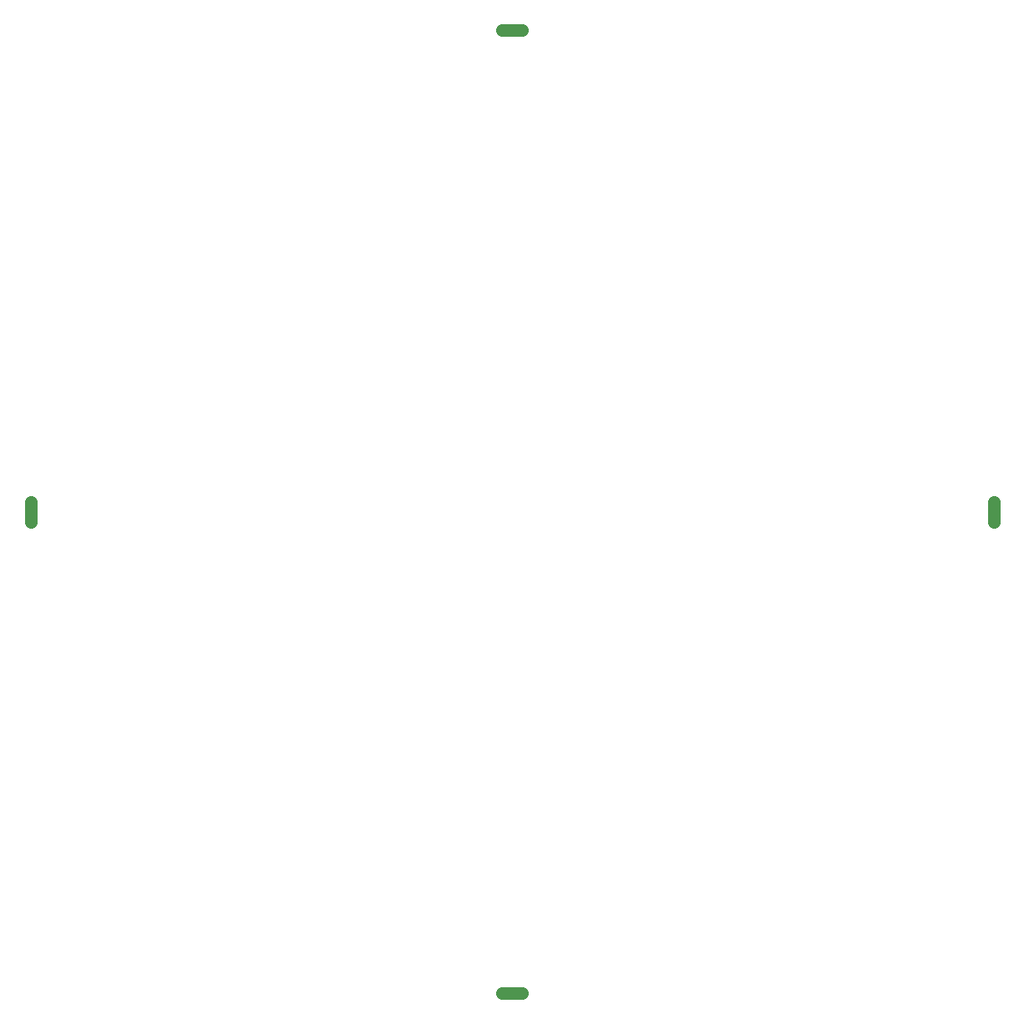
<source format=gtl>
G04 #@! TF.GenerationSoftware,KiCad,Pcbnew,(2017-04-25 revision 5013ea2e8)-makepkg*
G04 #@! TF.CreationDate,2017-04-27T14:26:49+03:00*
G04 #@! TF.ProjectId,vbb_panelize_borders,7662625F70616E656C697A655F626F72,rev?*
G04 #@! TF.FileFunction,Copper,L1,Top,Signal*
G04 #@! TF.FilePolarity,Positive*
%FSLAX46Y46*%
G04 Gerber Fmt 4.6, Leading zero omitted, Abs format (unit mm)*
G04 Created by KiCad (PCBNEW (2017-04-25 revision 5013ea2e8)-makepkg) date 04/27/17 14:26:49*
%MOMM*%
%LPD*%
G01*
G04 APERTURE LIST*
%ADD10C,0.100000*%
%ADD11C,1.270000*%
G04 APERTURE END LIST*
D10*
D11*
X98806200Y48971200D02*
X98806200Y51028800D01*
X1193800Y48971200D02*
X1193800Y51028800D01*
X48971200Y98806200D02*
X51028800Y98806200D01*
X48971200Y1193800D02*
X51028800Y1193800D01*
M02*

</source>
